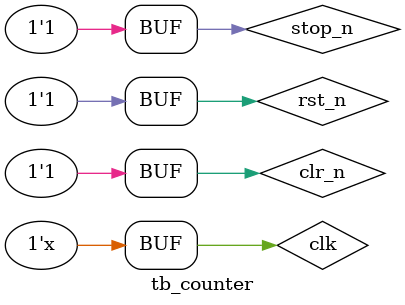
<source format=v>
`timescale		1ns/1ns 

module	tb_counter;



reg	                           clk                              ;       
reg                            rst_n                            ;       
reg                            clr_n                            ;       
reg                            stop_n                           ;       
wire    [ 2: 0]                counter                          ;       




always  #5      clk    =       ~clk;


initial begin
	clk		<=		1'b1;
	rst_n	<=		1'b0;
    clr_n   <=      1'b0;
    stop_n  <=      1'b0;
	#100
	rst_n	<=		1'b1;
    clr_n   <=      1'b1;
    stop_n  <=      1'b1;
    #500
    clr_n   <=      1'b0;
    #30
    clr_n   <=      1'b1;

end


//例化
counter counter_inst(
		//system signals
        .clk                    (clk                    ),
        .rst_n                  (rst_n                  ),
		//function key
        .clr_n                  (clr_n                  ),
        .stop_n                 (stop_n                 ),
		//led output
        .counter                (counter                )
);


endmodule

</source>
